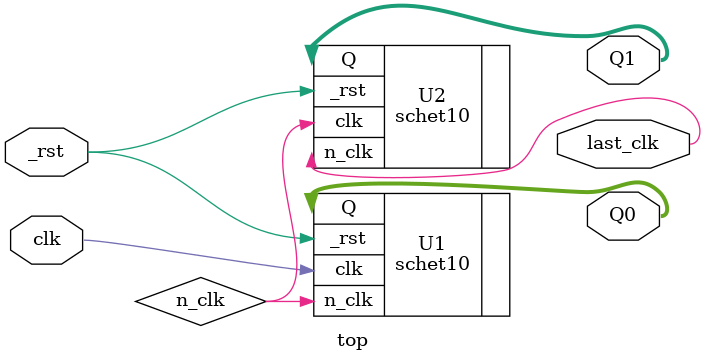
<source format=sv>
module top (clk, _rst, last_clk, Q1, Q0);

input logic clk, _rst;
output logic [3:0] Q1;
output logic [3:0] Q0;
logic n_clk;
output logic last_clk;

schet10 U1(.clk(clk), ._rst(_rst), .n_clk(n_clk), .Q(Q0));
schet10 U2(.clk(n_clk), ._rst(_rst), .n_clk(last_clk), .Q(Q1));

endmodule


</source>
